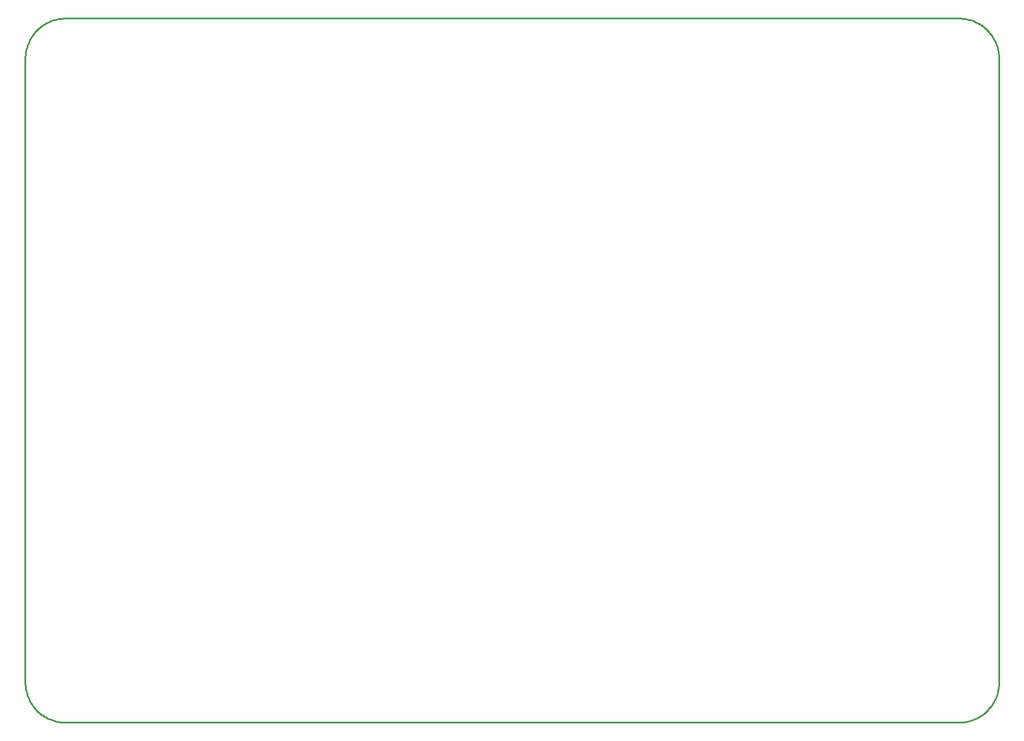
<source format=gko>
G04*
G04 #@! TF.GenerationSoftware,Altium Limited,Altium Designer,19.1.8 (144)*
G04*
G04 Layer_Color=16711935*
%FSLAX25Y25*%
%MOIN*%
G70*
G01*
G75*
%ADD13C,0.01000*%
D13*
X680802Y495763D02*
X680781Y496766D01*
X680717Y497766D01*
X680611Y498763D01*
X680463Y499755D01*
X680272Y500740D01*
X680040Y501715D01*
X679767Y502680D01*
X679453Y503632D01*
X679099Y504571D01*
X678705Y505493D01*
X678273Y506398D01*
X677803Y507283D01*
X677295Y508148D01*
X676751Y508991D01*
X676172Y509809D01*
X675559Y510603D01*
X674913Y511370D01*
X674234Y512108D01*
X673525Y512817D01*
X672787Y513495D01*
X672020Y514142D01*
X671227Y514755D01*
X670408Y515334D01*
X669565Y515878D01*
X668701Y516385D01*
X667815Y516856D01*
X666910Y517288D01*
X665988Y517682D01*
X665050Y518036D01*
X664097Y518350D01*
X663132Y518623D01*
X662157Y518855D01*
X661172Y519045D01*
X660181Y519194D01*
X659184Y519300D01*
X658183Y519364D01*
X657180Y519385D01*
Y106004D02*
X658183Y106025D01*
X659184Y106089D01*
X660181Y106195D01*
X661172Y106344D01*
X662157Y106534D01*
X663132Y106766D01*
X664097Y107039D01*
X665050Y107353D01*
X665988Y107707D01*
X666910Y108101D01*
X667815Y108533D01*
X668701Y109004D01*
X669565Y109511D01*
X670408Y110055D01*
X671227Y110634D01*
X672020Y111247D01*
X672787Y111894D01*
X673525Y112572D01*
X674234Y113281D01*
X674913Y114020D01*
X675559Y114786D01*
X676172Y115580D01*
X676751Y116398D01*
X677295Y117241D01*
X677803Y118106D01*
X678273Y118991D01*
X678705Y119896D01*
X679099Y120818D01*
X679453Y121757D01*
X679767Y122709D01*
X680040Y123674D01*
X680272Y124649D01*
X680463Y125634D01*
X680611Y126626D01*
X680717Y127623D01*
X680781Y128623D01*
X680802Y129626D01*
X109936Y129621D02*
X109958Y128619D01*
X110021Y127618D01*
X110127Y126621D01*
X110276Y125629D01*
X110466Y124645D01*
X110698Y123669D01*
X110972Y122704D01*
X111286Y121752D01*
X111640Y120814D01*
X112033Y119891D01*
X112466Y118986D01*
X112936Y118101D01*
X113443Y117236D01*
X113987Y116393D01*
X114566Y115575D01*
X115180Y114781D01*
X115826Y114015D01*
X116504Y113276D01*
X117213Y112567D01*
X117952Y111889D01*
X118718Y111242D01*
X119512Y110629D01*
X120331Y110050D01*
X121173Y109506D01*
X122038Y108999D01*
X122924Y108528D01*
X123828Y108096D01*
X124751Y107703D01*
X125689Y107349D01*
X126641Y107035D01*
X127606Y106761D01*
X128582Y106529D01*
X129566Y106339D01*
X130558Y106191D01*
X131555Y106084D01*
X132556Y106020D01*
X133558Y105999D01*
Y519385D02*
X132556Y519364D01*
X131555Y519300D01*
X130558Y519194D01*
X129566Y519045D01*
X128582Y518855D01*
X127606Y518623D01*
X126641Y518350D01*
X125689Y518036D01*
X124751Y517682D01*
X123828Y517288D01*
X122924Y516856D01*
X122038Y516385D01*
X121173Y515878D01*
X120331Y515334D01*
X119512Y514755D01*
X118718Y514142D01*
X117952Y513495D01*
X117213Y512817D01*
X116504Y512108D01*
X115826Y511370D01*
X115180Y510603D01*
X114566Y509809D01*
X113987Y508991D01*
X113443Y508148D01*
X112936Y507283D01*
X112466Y506398D01*
X112033Y505493D01*
X111640Y504571D01*
X111286Y503632D01*
X110972Y502680D01*
X110698Y501715D01*
X110466Y500740D01*
X110276Y499755D01*
X110127Y498763D01*
X110021Y497766D01*
X109958Y496766D01*
X109936Y495763D01*
X133558Y519390D02*
X657180Y519390D01*
X133558Y106004D02*
X657180Y106004D01*
X680802Y129626D02*
Y495763D01*
X109933Y129626D02*
X109933Y495768D01*
M02*

</source>
